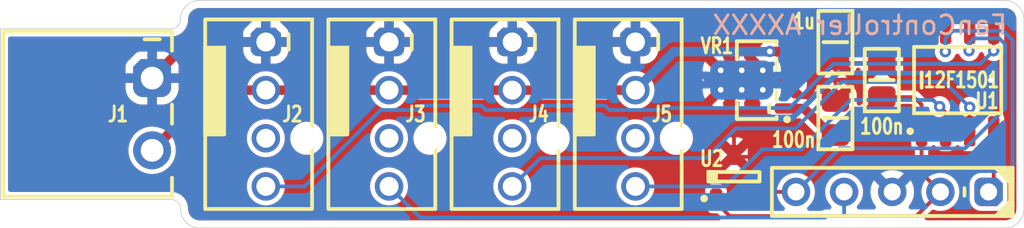
<source format=kicad_pcb>
(kicad_pcb (version 20240108) (generator "pcbnew") (generator_version "8.0")
  (layers (0 "F.Cu" signal) (31 "B.Cu" signal) (34 "B.Paste" user) (35 "F.Paste" user) (36 "B.SilkS" user "B.Silkscreen") (37 "F.SilkS" user "F.Silkscreen") (38 "B.Mask" user) (39 "F.Mask" user) (44 "Edge.Cuts" user))
  (net 0 "")
  (net 1 "GND")
  (net 2 "12V")
  (net 3 "5V")
  (net 4 "ICSP_VPP")
  (net 5 "PWM3")
  (net 6 "PWM2")
  (net 7 "PWM1")
  (net 8 "TEMPERATURE")
  (net 9 "PWM4")
  (footprint "Medo64:C (0805)" (layer "F.Cu") (at 61.5 19.2 90)
    (property "Reference" "C1" (hide yes))
    (property "Value" "100n" (at -2.45 0 180) (layer "F.SilkS") (effects (font (size 0.8 0.6) (thickness 0.15) (bold yes))))
    (fp_line (start 0 -0.625) (end 0 0.625) (stroke (width 0.2)) (layer "F.SilkS"))
    (fp_rect (start -1.65 -0.9) (end 1.65 0.9) (stroke (width 0.2)) (fill none) (layer "F.SilkS"))
    (pad "1" smd roundrect (at -0.9 0 90) (size 1.15 1.45) (layers "F.Cu" "F.Paste" "F.Mask") (net 3 "5V"))
    (pad "2" smd roundrect (at 0.9 0 90) (size 1.15 1.45) (layers "F.Cu" "F.Paste" "F.Mask") (net 1 "GND"))
  )
  (footprint "Medo64:C (0805)" (layer "F.Cu") (at 59.05 21.2 90)
    (property "Reference" "C2" (hide yes))
    (property "Value" "100n" (at -1.15 -2.2 180) (layer "F.SilkS") (effects (font (size 0.8 0.6) (thickness 0.15) (bold yes))))
    (fp_line (start 0 -0.625) (end 0 0.625) (stroke (width 0.2)) (layer "F.SilkS"))
    (fp_rect (start -1.65 -0.9) (end 1.65 0.9) (stroke (width 0.2)) (fill none) (layer "F.SilkS"))
    (pad "1" smd roundrect (at -0.9 0 90) (size 1.15 1.45) (layers "F.Cu" "F.Paste" "F.Mask") (net 3 "5V"))
    (pad "2" smd roundrect (at 0.9 0 90) (size 1.15 1.45) (layers "F.Cu" "F.Paste" "F.Mask") (net 1 "GND"))
  )
  (footprint "Medo64:J Molex 047053 [Fan] (4w)" (layer "F.Cu") (at 29 21 -90)
    (property "Reference" "J2" (at 0 -1.4 0) (layer "F.SilkS") (effects (font (size 0.8 0.6) (thickness 0.15) (bold yes))))
    (property "Value" "Fan")
    (fp_line (start -4.21 -1.2) (end -3.41 -1.2) (stroke (width 0.2)) (layer "F.SilkS"))
    (fp_rect (start -3.51 2.2) (end 1.07 3.2) (stroke (width 0.2)) (fill solid) (layer "F.SilkS"))
    (fp_rect (start -5 -2.44) (end 5 3.2) (stroke (width 0.2)) (fill none) (layer "F.SilkS"))
    (pad "" np_thru_hole circle (at 1.27 -2.16 270) (size 1.25 1.25) (drill 1.25) (layers "F&B.Cu" "*.Mask"))
    (pad "1" thru_hole roundrect (at -3.81 0 270) (size 1.5 1.6) (drill 1) (layers "*.Cu" "B.Mask") (chamfer_ratio 0.2) (chamfer top_left bottom_left) (net 1 "GND"))
    (pad "2" thru_hole circle (at -1.27 0 270) (size 1.5 1.5) (drill 1) (layers "*.Cu" "B.Mask") (net 2 "12V"))
    (pad "3" thru_hole circle (at 1.27 0 270) (size 1.5 1.5) (drill 1) (layers "*.Cu" "B.Mask"))
    (pad "4" thru_hole circle (at 3.81 0 270) (size 1.5 1.5) (drill 1) (layers "*.Cu" "B.Mask") (net 7 "PWM1"))
  )
  (footprint "Medo64:ICSP PIC Pogo (5w)" (layer "F.Cu") (at 62.05 25.1 180)
    (property "Reference" "ICSP" (hide yes))
    (property "Value" "Microchip PIC" (hide yes))
    (fp_line (start -3.81 -0.2) (end -3.81 0.2) (stroke (width 0.2)) (layer "F.SilkS"))
    (fp_rect (start -6.35 -1.27) (end 6.35 1.27) (stroke (width 0.2)) (fill none) (layer "F.SilkS"))
    (fp_poly (pts (xy -6.223 -0.508) (xy -5.461 -1.27) (xy -6.35 -1.27) (xy -6.35 1.27) (xy -5.461 1.27) (xy -6.223 0.508)) (stroke (width 0.2)) (fill solid) (layer "F.SilkS"))
    (pad "1" thru_hole roundrect (at -5.08 0 180) (size 1.5 1.5) (drill 0.9) (layers "*.Cu" "*.Mask") (chamfer_ratio 0.2) (chamfer top_left bottom_left) (net 4 "ICSP_VPP"))
    (pad "2" thru_hole circle (at -2.54 0 180) (size 1.5 1.5) (drill 0.9) (layers "*.Cu" "*.Mask") (net 3 "5V"))
    (pad "3" thru_hole circle (at 0 0 180) (size 1.5 1.5) (drill 0.9) (layers "*.Cu" "*.Mask") (net 1 "GND"))
    (pad "4" thru_hole circle (at 2.54 0 180) (size 1.5 1.5) (drill 0.9) (layers "*.Cu" "*.Mask") (net 6 "PWM2"))
    (pad "5" thru_hole circle (at 5.08 0 180) (size 1.5 1.5) (drill 0.9) (layers "*.Cu" "*.Mask") (net 8 "TEMPERATURE"))
  )
  (footprint "Medo64:U Micro [PIC12F1501] (SOIC-8)" (layer "F.Cu") (at 65.5 19.2 90)
    (property "Reference" "U1" (at -1.1 1.55 0) (layer "F.SilkS") (effects (font (size 0.8 0.6))))
    (property "Value" "12F1501" (at 0 0.2 0) (layer "F.SilkS") (effects (font (size 0.8 0.6))))
    (fp_line (start -0.4 -1.9) (end 0.4 -1.9) (stroke (width 0.2)) (layer "F.SilkS"))
    (fp_rect (start -1.75 -2.3) (end 1.75 2.3) (stroke (width 0.2)) (fill none) (layer "F.SilkS"))
    (fp_circle (center -2.7 -2.505) (end -2.55 -2.505) (stroke (width 0.1)) (fill solid) (layer "F.SilkS"))
    (pad "1" smd roundrect (at -2.7 -1.905 90) (size 1.6 0.6) (layers "F.Cu" "F.Paste" "F.Mask") (chamfer_ratio 0.2) (chamfer top_left top_right) (net 3 "5V"))
    (pad "2" smd roundrect (at -2.7 -0.635 90) (size 1.6 0.6) (layers "F.Cu" "F.Paste" "F.Mask") (net 9 "PWM4"))
    (pad "3" smd roundrect (at -2.7 0.635 90) (size 1.6 0.6) (layers "F.Cu" "F.Paste" "F.Mask") (net 5 "PWM3"))
    (pad "4" smd roundrect (at -2.7 1.905 90) (size 1.6 0.6) (layers "F.Cu" "F.Paste" "F.Mask") (net 4 "ICSP_VPP"))
    (pad "5" smd roundrect (at 2.7 1.905 90) (size 1.6 0.6) (layers "F.Cu" "F.Paste" "F.Mask") (net 7 "PWM1"))
    (pad "6" smd roundrect (at 2.7 0.635 90) (size 1.6 0.6) (layers "F.Cu" "F.Paste" "F.Mask") (net 8 "TEMPERATURE"))
    (pad "7" smd roundrect (at 2.7 -0.635 90) (size 1.6 0.6) (layers "F.Cu" "F.Paste" "F.Mask") (net 6 "PWM2"))
    (pad "8" smd roundrect (at 2.7 -1.905 90) (size 1.6 0.6) (layers "F.Cu" "F.Paste" "F.Mask") (net 1 "GND"))
  )
  (footprint "Medo64:J Molex 047053 [Fan] (4w)" (layer "F.Cu") (at 42 21 -90)
    (property "Reference" "J4" (at 0 -1.4 0) (layer "F.SilkS") (effects (font (size 0.8 0.6) (thickness 0.15) (bold yes))))
    (property "Value" "Fan")
    (fp_line (start -4.21 -1.2) (end -3.41 -1.2) (stroke (width 0.2)) (layer "F.SilkS"))
    (fp_rect (start -3.51 2.2) (end 1.07 3.2) (stroke (width 0.2)) (fill solid) (layer "F.SilkS"))
    (fp_rect (start -5 -2.44) (end 5 3.2) (stroke (width 0.2)) (fill none) (layer "F.SilkS"))
    (pad "" np_thru_hole circle (at 1.27 -2.16 270) (size 1.25 1.25) (drill 1.25) (layers "F&B.Cu" "*.Mask"))
    (pad "1" thru_hole roundrect (at -3.81 0 270) (size 1.5 1.6) (drill 1) (layers "*.Cu" "B.Mask") (chamfer_ratio 0.2) (chamfer top_left bottom_left) (net 1 "GND"))
    (pad "2" thru_hole circle (at -1.27 0 270) (size 1.5 1.5) (drill 1) (layers "*.Cu" "B.Mask") (net 2 "12V"))
    (pad "3" thru_hole circle (at 1.27 0 270) (size 1.5 1.5) (drill 1) (layers "*.Cu" "B.Mask"))
    (pad "4" thru_hole circle (at 3.81 0 270) (size 1.5 1.5) (drill 1) (layers "*.Cu" "B.Mask") (net 5 "PWM3"))
  )
  (footprint "Medo64:U Temperature Analog [MCP9700T] (SOT23-3)" (layer "F.Cu") (at 53.7 24.3)
    (property "Reference" "U2" (at -1.175 -0.95 180) (layer "F.SilkS") (effects (font (size 0.8 0.6))))
    (property "Value" "MCP9700T" (hide yes))
    (fp_rect (start -1.35 -0.25) (end -0.95 0.25) (stroke (width 0.2)) (fill solid) (layer "F.SilkS"))
    (fp_rect (start -1.35 -0.25) (end 1.35 0.25) (stroke (width 0.2)) (fill none) (layer "F.SilkS"))
    (fp_circle (center -1.575 1.15) (end -1.425 1.15) (stroke (width 0.1)) (fill solid) (layer "F.SilkS"))
    (pad "1" smd roundrect (at -0.95 1.15) (size 0.65 1.05) (layers "F.Cu" "F.Paste" "F.Mask") (chamfer_ratio 0.2) (chamfer top_left bottom_left) (net 3 "5V"))
    (pad "2" smd roundrect (at 0.95 1.15) (size 0.65 1.05) (layers "F.Cu" "F.Paste" "F.Mask") (net 8 "TEMPERATURE"))
    (pad "3" smd roundrect (at 0 -1.15) (size 0.65 1.05) (layers "F.Cu" "F.Paste" "F.Mask") (net 1 "GND"))
  )
  (footprint "Medo64:J Phoenix MC (2w)" (layer "F.Cu") (at 23 21 -90)
    (property "Reference" "J1" (at 0 1.8 180) (layer "F.SilkS") (effects (font (size 0.8 0.6) (thickness 0.15) (bold yes))))
    (property "Value" "MC 1,5/2")
    (fp_line (start -4.35 7.85) (end 4.35 7.85) (stroke (width 0.2)) (layer "F.SilkS"))
    (fp_line (start 4.35 7.85) (end 4.35 -1.05) (stroke (width 0.2)) (layer "F.SilkS"))
    (fp_line (start -3.95 -0.4) (end -3.95 0.4) (stroke (width 0.2)) (layer "F.SilkS"))
    (fp_line (start -4.35 -1.05) (end -4.35 7.85) (stroke (width 0.2)) (layer "F.SilkS"))
    (fp_line (start -4.35 -1.05) (end -3.35 -1.05) (stroke (width 0.2)) (layer "F.SilkS"))
    (fp_line (start 0.5 -1.05) (end -0.5 -1.05) (stroke (width 0.2)) (layer "F.SilkS"))
    (fp_line (start 4.35 -1.05) (end 3.35 -1.05) (stroke (width 0.2)) (layer "F.SilkS"))
    (pad "1" thru_hole roundrect (at -1.905 0 270) (size 2 2) (drill 1.2) (layers "*.Cu" "B.Mask") (chamfer_ratio 0.2) (chamfer top_left bottom_left) (net 1 "GND"))
    (pad "2" thru_hole circle (at 1.905 0 270) (size 2 2) (drill 1.2) (layers "*.Cu" "B.Mask") (net 2 "12V"))
  )
  (footprint "Medo64:J Molex 047053 [Fan] (4w)" (layer "F.Cu") (at 48.5 21 -90)
    (property "Reference" "J5" (at 0 -1.4 0) (layer "F.SilkS") (effects (font (size 0.8 0.6) (thickness 0.15) (bold yes))))
    (property "Value" "Fan")
    (fp_line (start -4.21 -1.2) (end -3.41 -1.2) (stroke (width 0.2)) (layer "F.SilkS"))
    (fp_rect (start -3.51 2.2) (end 1.07 3.2) (stroke (width 0.2)) (fill solid) (layer "F.SilkS"))
    (fp_rect (start -5 -2.44) (end 5 3.2) (stroke (width 0.2)) (fill none) (layer "F.SilkS"))
    (pad "" np_thru_hole circle (at 1.27 -2.16 270) (size 1.25 1.25) (drill 1.25) (layers "F&B.Cu" "*.Mask"))
    (pad "1" thru_hole roundrect (at -3.81 0 270) (size 1.5 1.6) (drill 1) (layers "*.Cu" "B.Mask") (chamfer_ratio 0.2) (chamfer top_left bottom_left) (net 1 "GND"))
    (pad "2" thru_hole circle (at -1.27 0 270) (size 1.5 1.5) (drill 1) (layers "*.Cu" "B.Mask") (net 2 "12V"))
    (pad "3" thru_hole circle (at 1.27 0 270) (size 1.5 1.5) (drill 1) (layers "*.Cu" "B.Mask"))
    (pad "4" thru_hole circle (at 3.81 0 270) (size 1.5 1.5) (drill 1) (layers "*.Cu" "B.Mask") (net 9 "PWM4"))
  )
  (footprint "Medo64:C (0805)" (layer "F.Cu") (at 59.05 17.2 -90)
    (property "Reference" "C3" (hide yes))
    (property "Value" "1u" (at -1.1 1.65 0) (layer "F.SilkS") (effects (font (size 0.8 0.6) (thickness 0.15) (bold yes))))
    (fp_line (start 0 -0.625) (end 0 0.625) (stroke (width 0.2)) (layer "F.SilkS"))
    (fp_rect (start -1.65 -0.9) (end 1.65 0.9) (stroke (width 0.2)) (fill none) (layer "F.SilkS"))
    (pad "1" smd roundrect (at -0.9 0 270) (size 1.15 1.45) (layers "F.Cu" "F.Paste" "F.Mask") (net 2 "12V"))
    (pad "2" smd roundrect (at 0.9 0 270) (size 1.15 1.45) (layers "F.Cu" "F.Paste" "F.Mask") (net 1 "GND"))
  )
  (footprint "Medo64:J Molex 047053 [Fan] (4w)" (layer "F.Cu") (at 35.5 21 -90)
    (property "Reference" "J3" (at 0 -1.4 0) (layer "F.SilkS") (effects (font (size 0.8 0.6) (thickness 0.15) (bold yes))))
    (property "Value" "Fan")
    (fp_line (start -4.21 -1.2) (end -3.41 -1.2) (stroke (width 0.2)) (layer "F.SilkS"))
    (fp_rect (start -3.51 2.2) (end 1.07 3.2) (stroke (width 0.2)) (fill solid) (layer "F.SilkS"))
    (fp_rect (start -5 -2.44) (end 5 3.2) (stroke (width 0.2)) (fill none) (layer "F.SilkS"))
    (pad "" np_thru_hole circle (at 1.27 -2.16 270) (size 1.25 1.25) (drill 1.25) (layers "F&B.Cu" "*.Mask"))
    (pad "1" thru_hole roundrect (at -3.81 0 270) (size 1.5 1.6) (drill 1) (layers "*.Cu" "B.Mask") (chamfer_ratio 0.2) (chamfer top_left bottom_left) (net 1 "GND"))
    (pad "2" thru_hole circle (at -1.27 0 270) (size 1.5 1.5) (drill 1) (layers "*.Cu" "B.Mask") (net 2 "12V"))
    (pad "3" thru_hole circle (at 1.27 0 270) (size 1.5 1.5) (drill 1) (layers "*.Cu" "B.Mask"))
    (pad "4" thru_hole circle (at 3.81 0 270) (size 1.5 1.5) (drill 1) (layers "*.Cu" "B.Mask") (net 6 "PWM2"))
  )
  (footprint "Medo64:VR Linear 5V 100mA [AS78L05RTR-E1] (SOT89-3')" (layer "F.Cu") (at 56.5 19.2 90)
    (property "Reference" "VR1" (at 1.8 -3.7 180) (layer "F.SilkS") (effects (font (size 0.8 0.6))))
    (property "Value" "AS78L05RTR" (hide yes))
    (fp_line (start 2.05 -2.65) (end 1.1 -2.65) (stroke (width 0.2)) (layer "F.SilkS"))
    (fp_line (start -2.05 -2.65) (end -1.1 -2.65) (stroke (width 0.2)) (layer "F.SilkS"))
    (fp_line (start -1.3 -0.95) (end -1.7 -0.95) (stroke (width 0.2)) (layer "F.SilkS"))
    (fp_line (start 2.05 -0.55) (end 2.05 -2.65) (stroke (width 0.2)) (layer "F.SilkS"))
    (fp_line (start 2.05 -0.55) (end 1.95 -0.55) (stroke (width 0.2)) (layer "F.SilkS"))
    (fp_line (start 1.05 -0.55) (end 0.55 -0.55) (stroke (width 0.2)) (layer "F.SilkS"))
    (fp_line (start -1.05 -0.55) (end -0.55 -0.55) (stroke (width 0.2)) (layer "F.SilkS"))
    (fp_line (start -2.05 -0.55) (end -2.05 -2.65) (stroke (width 0.2)) (layer "F.SilkS"))
    (fp_line (start -2.05 -0.55) (end -1.95 -0.55) (stroke (width 0.2)) (layer "F.SilkS"))
    (fp_circle (center -2.075 0) (end -1.925 0) (stroke (width 0.1)) (fill solid) (layer "F.SilkS"))
    (pad "1" smd roundrect (at -1.5 0 90) (size 0.55 1.3) (layers "F.Cu" "F.Paste" "F.Mask") (chamfer_ratio 0.2) (chamfer top_left bottom_left) (net 3 "5V"))
    (pad "2" thru_hole roundrect (at -0.515 -3.5 90) (size 1.03 1.11) (drill 0.3) (layers "*.Cu" "F.Paste" "F.Mask") (roundrect_rratio 0.5) (chamfer_ratio 0) (chamfer top_right bottom_left bottom_right) (net 1 "GND"))
    (pad "2" thru_hole rect (at -0.515 -2.39 90) (size 1.03 1.11) (drill 0.3) (layers "*.Cu" "F.Paste" "F.Mask") (net 1 "GND"))
    (pad "2" thru_hole roundrect (at -0.515 -1.28 90) (size 1.03 1.11) (drill 0.3) (layers "*.Cu" "F.Paste" "F.Mask") (roundrect_rratio 0.5) (chamfer_ratio 0) (chamfer top_left top_right bottom_right) (net 1 "GND"))
    (pad "2" smd roundrect (at 0 -0.2 90) (size 0.8 1.7) (layers "F.Cu" "F.Paste" "F.Mask") (net 1 "GND"))
    (pad "2" thru_hole roundrect (at 0.515 -3.5 90) (size 1.03 1.11) (drill 0.3) (layers "*.Cu" "F.Paste" "F.Mask") (roundrect_rratio 0.5) (chamfer_ratio 0) (chamfer top_left bottom_left bottom_right) (net 1 "GND"))
    (pad "2" thru_hole rect (at 0.515 -2.39 90) (size 1.03 1.11) (drill 0.3) (layers "*.Cu" "F.Paste" "F.Mask") (net 1 "GND"))
    (pad "2" thru_hole roundrect (at 0.515 -1.28 90) (size 1.03 1.11) (drill 0.3) (layers "*.Cu" "F.Paste" "F.Mask") (roundrect_rratio 0.5) (chamfer_ratio 0) (chamfer top_left top_right bottom_left) (net 1 "GND"))
    (pad "3" smd roundrect (at 1.5 0 90) (size 0.55 1.3) (layers "F.Cu" "F.Paste" "F.Mask") (chamfer_ratio 0.2) (chamfer) (net 2 "12V"))
  )
  (gr_line (start 15 16.5) (end 24 16.5) (stroke (width 0.05)) (layer "Edge.Cuts"))
  (gr_arc (start 69 26) (mid 68.707107 26.707107) (end 68 27) (stroke (width 0.05)) (layer "Edge.Cuts"))
  (gr_arc (start 25.5 27) (mid 24.792893 26.707107) (end 24.5 26) (stroke (width 0.05)) (layer "Edge.Cuts"))
  (gr_arc (start 24.5 16) (mid 24.353553 16.353553) (end 24 16.5) (stroke (width 0.05)) (layer "Edge.Cuts"))
  (gr_arc (start 24.5 16) (mid 24.792893 15.292893) (end 25.5 15) (stroke (width 0.05)) (layer "Edge.Cuts"))
  (gr_line (start 24 25.5) (end 15 25.5) (stroke (width 0.05)) (layer "Edge.Cuts"))
  (gr_line (start 69 16) (end 69 26) (stroke (width 0.05)) (layer "Edge.Cuts"))
  (gr_line (start 15 16.5) (end 15 25.5) (stroke (width 0.05)) (layer "Edge.Cuts"))
  (gr_line (start 25.5 27) (end 68 27) (stroke (width 0.05)) (layer "Edge.Cuts"))
  (gr_arc (start 68 15) (mid 68.707107 15.292893) (end 69 16) (stroke (width 0.05)) (layer "Edge.Cuts"))
  (gr_line (start 25.5 15) (end 68 15) (stroke (width 0.05)) (layer "Edge.Cuts"))
  (gr_arc (start 24 25.5) (mid 24.353553 25.646447) (end 24.5 26) (stroke (width 0.05)) (layer "Edge.Cuts"))
  (gr_text "FanController AXXXX" (at 68.2 16.3 0) (layer "B.SilkS") (effects (font (size 1 1)) (justify left mirror)))
  (segment (start 63.595 18.3) (end 64.49499 19.19999) (width 0.2) (layer "F.Cu") (net 1))
  (segment (start 61.5 18.3) (end 59.25 18.3) (width 0.2) (layer "F.Cu") (net 1))
  (segment (start 55.735 19.2) (end 55.22 18.685) (width 0.2) (layer "F.Cu") (net 1))
  (segment (start 64.49499 19.19999) (end 64.495 19.2) (width 0.2) (layer "F.Cu") (net 1))
  (segment (start 29 17.19) (end 24.905 17.19) (width 0.5) (layer "F.Cu") (net 1))
  (segment (start 53.7 20.125) (end 53.7 23.15) (width 0.2) (layer "F.Cu") (net 1))
  (segment (start 67.24999 19.2) (end 67.25 19.19999) (width 0.2) (layer "F.Cu") (net 1))
  (segment (start 42 17.19) (end 35.5 17.19) (width 0.5) (layer "F.Cu") (net 1))
  (segment (start 54.11 18.685) (end 55.22 18.685) (width 0.5) (layer "F.Cu") (net 1))
  (segment (start 64.49499 19.19999) (end 67.25 19.19999) (width 0.2) (layer "F.Cu") (net 1))
  (segment (start 48.5 17.19) (end 51.505 17.19) (width 0.5) (layer "F.Cu") (net 1))
  (segment (start 59.05 20.3) (end 59.05 19.2) (width 0.2) (layer "F.Cu") (net 1))
  (segment (start 53 18.685) (end 54.11 18.685) (width 0.5) (layer "F.Cu") (net 1))
  (segment (start 35.5 17.19) (end 29 17.19) (width 0.5) (layer "F.Cu") (net 1))
  (segment (start 51.505 17.19) (end 53 18.685) (width 0.5) (layer "F.Cu") (net 1))
  (segment (start 64.495 19.2) (end 67.24999 19.2) (width 0.2) (layer "F.Cu") (net 1))
  (segment (start 53 18.685) (end 53 19.715) (width 0.5) (layer "F.Cu") (net 1))
  (segment (start 55.735 19.2) (end 55.22 19.715) (width 0.2) (layer "F.Cu") (net 1))
  (segment (start 56.3 19.2) (end 59.05 19.2) (width 0.2) (layer "F.Cu") (net 1))
  (segment (start 55.22 19.715) (end 55.22 18.685) (width 0.5) (layer "F.Cu") (net 1))
  (segment (start 63.595 18.3) (end 63.595 16.5) (width 0.2) (layer "F.Cu") (net 1))
  (segment (start 54.11 19.715) (end 55.22 19.715) (width 0.5) (layer "F.Cu") (net 1))
  (segment (start 24.905 17.19) (end 23 19.095) (width 0.5) (layer "F.Cu") (net 1))
  (segment (start 53 19.715) (end 54.11 19.715) (width 0.5) (layer "F.Cu") (net 1))
  (segment (start 53.8 23.25) (end 60.2 23.25) (width 0.2) (layer "F.Cu") (net 1))
  (segment (start 59.05 19.2) (end 59.05 18.1) (width 0.2) (layer "F.Cu") (net 1))
  (segment (start 61.5 18.3) (end 63.595 18.3) (width 0.2) (layer "F.Cu") (net 1))
  (segment (start 60.2 23.25) (end 62.05 25.1) (width 0.2) (layer "F.Cu") (net 1))
  (segment (start 42 17.19) (end 48.5 17.19) (width 0.5) (layer "F.Cu") (net 1))
  (via (at 67.25 19.19999) (size 0.6) (drill 0.3) (layers "F.Cu" "B.Cu") (net 1))
  (segment (start 48.5 19.73) (end 42 19.73) (width 0.5) (layer "F.Cu") (net 2))
  (segment (start 55.588235 17.688235) (end 56.488235 17.688235) (width 0.5) (layer "F.Cu") (net 2))
  (segment (start 56.5 17.7) (end 57.4 17.7) (width 0.5) (layer "F.Cu") (net 2))
  (segment (start 42 19.73) (end 35.5 19.73) (width 0.5) (layer "F.Cu") (net 2))
  (segment (start 26.175 19.73) (end 23 22.905) (width 0.5) (layer "F.Cu") (net 2))
  (segment (start 35.5 19.73) (end 29 19.73) (width 0.5) (layer "F.Cu") (net 2))
  (segment (start 29 19.73) (end 26.175 19.73) (width 0.5) (layer "F.Cu") (net 2))
  (segment (start 57.4 17.7) (end 58.8 16.3) (width 0.5) (layer "F.Cu") (net 2))
  (via (at 55.588235 17.688235) (size 0.6) (drill 0.3) (layers "F.Cu" "B.Cu") (net 2))
  (segment (start 50.53 17.7) (end 48.5 19.73) (width 0.5) (layer "B.Cu") (net 2))
  (segment (start 55.57647 17.7) (end 50.53 17.7) (width 0.5) (layer "B.Cu") (net 2))
  (segment (start 55.588235 17.688235) (end 55.57647 17.7) (width 0.5) (layer "B.Cu") (net 2))
  (segment (start 59.3 22.1) (end 61.3 20.1) (width 0.2) (layer "F.Cu") (net 3))
  (segment (start 63.2 20.1) (end 63.595 20.495) (width 0.2) (layer "F.Cu") (net 3))
  (segment (start 63.595 20.495) (end 63.595 21.9) (width 0.2) (layer "F.Cu") (net 3))
  (segment (start 53.475 26.375) (end 63.315 26.375) (width 0.2) (layer "F.Cu") (net 3))
  (segment (start 57.4 20.7) (end 56.5 20.7) (width 0.5) (layer "F.Cu") (net 3))
  (segment (start 58.8 22.1) (end 57.4 20.7) (width 0.5) (layer "F.Cu") (net 3))
  (segment (start 64.59 25.1) (end 63.595 24.105) (width 0.2) (layer "F.Cu") (net 3))
  (segment (start 52.75 25.65) (end 53.475 26.375) (width 0.2) (layer "F.Cu") (net 3))
  (segment (start 63.595 24.105) (end 63.595 21.9) (width 0.2) (layer "F.Cu") (net 3))
  (segment (start 61.5 20.1) (end 63.2 20.1) (width 0.2) (layer "F.Cu") (net 3))
  (segment (start 63.315 26.375) (end 64.59 25.1) (width 0.2) (layer "F.Cu") (net 3))
  (segment (start 67.405 21.9) (end 67.405 24.825) (width 0.2) (layer "F.Cu") (net 4))
  (segment (start 66.135 21.9) (end 66.135 20.634994) (width 0.2) (layer "F.Cu") (net 5))
  (via (at 66.135 20.634994) (size 0.6) (drill 0.3) (layers "F.Cu" "B.Cu") (net 5))
  (segment (start 56.95 21.75) (end 59.4 19.3) (width 0.2) (layer "B.Cu") (net 5))
  (segment (start 42 24.81) (end 43.49 23.32) (width 0.2) (layer "B.Cu") (net 5))
  (segment (start 53.8 21.75) (end 56.95 21.75) (width 0.2) (layer "B.Cu") (net 5))
  (segment (start 59.4 19.3) (end 64.800006 19.3) (width 0.2) (layer "B.Cu") (net 5))
  (segment (start 64.800006 19.3) (end 66.135 20.634994) (width 0.2) (layer "B.Cu") (net 5))
  (segment (start 52.23 23.32) (end 53.8 21.75) (width 0.2) (layer "B.Cu") (net 5))
  (segment (start 43.49 23.32) (end 52.23 23.32) (width 0.2) (layer "B.Cu") (net 5))
  (segment (start 64.865 17.685) (end 64.85 17.7) (width 0.2) (layer "F.Cu") (net 6))
  (segment (start 64.865 16.5) (end 64.865 17.685) (width 0.2) (layer "F.Cu") (net 6))
  (via (at 64.85 17.7) (size 0.6) (drill 0.3) (layers "F.Cu" "B.Cu") (net 6))
  (segment (start 59.5 26.375) (end 67.825 26.375) (width 0.2) (layer "B.Cu") (net 6))
  (segment (start 59.51 26.365) (end 59.5 26.375) (width 0.2) (layer "B.Cu") (net 6))
  (segment (start 67.9 16.6) (end 65.25 16.6) (width 0.2) (layer "B.Cu") (net 6))
  (segment (start 67.825 26.375) (end 68.4 25.8) (width 0.2) (layer "B.Cu") (net 6))
  (segment (start 68.4 17.1) (end 67.9 16.6) (width 0.2) (layer "B.Cu") (net 6))
  (segment (start 37.14 26.45) (end 35.5 24.81) (width 0.2) (layer "B.Cu") (net 6))
  (segment (start 58.5 26.45) (end 37.14 26.45) (width 0.2) (layer "B.Cu") (net 6))
  (segment (start 68.4 25.8) (end 68.4 17.1) (width 0.2) (layer "B.Cu") (net 6))
  (segment (start 58.575 26.375) (end 58.5 26.45) (width 0.2) (layer "B.Cu") (net 6))
  (segment (start 64.85 17) (end 64.85 17.7) (width 0.2) (layer "B.Cu") (net 6))
  (segment (start 65.25 16.6) (end 64.85 17) (width 0.2) (layer "B.Cu") (net 6))
  (segment (start 59.5 26.375) (end 58.575 26.375) (width 0.2) (layer "B.Cu") (net 6))
  (segment (start 59.51 25.1) (end 59.51 26.365) (width 0.2) (layer "B.Cu") (net 6))
  (segment (start 67.405 16.5) (end 67.405 17.645) (width 0.2) (layer "F.Cu") (net 7))
  (segment (start 67.405 17.645) (end 67.4 17.65) (width 0.2) (layer "F.Cu") (net 7))
  (via (at 67.4 17.65) (size 0.6) (drill 0.3) (layers "F.Cu" "B.Cu") (net 7))
  (segment (start 36.92 20.78) (end 35.065075 20.78) (width 0.2) (layer "B.Cu") (net 7))
  (segment (start 47.13 20.78) (end 46.9 20.55) (width 0.2) (layer "B.Cu") (net 7))
  (segment (start 67.4 17.65) (end 66.7 18.35) (width 0.2) (layer "B.Cu") (net 7))
  (segment (start 46.9 20.55) (end 43.675 20.55) (width 0.2) (layer "B.Cu") (net 7))
  (segment (start 40.375 20.55) (end 37.15 20.55) (width 0.2) (layer "B.Cu") (net 7))
  (segment (start 31.035075 24.81) (end 29 24.81) (width 0.2) (layer "B.Cu") (net 7))
  (segment (start 35.065075 20.78) (end 31.035075 24.81) (width 0.2) (layer "B.Cu") (net 7))
  (segment (start 56.625 20.675) (end 50.125 20.675) (width 0.2) (layer "B.Cu") (net 7))
  (segment (start 43.675 20.55) (end 43.445 20.78) (width 0.2) (layer "B.Cu") (net 7))
  (segment (start 66.7 18.35) (end 58.95 18.35) (width 0.2) (layer "B.Cu") (net 7))
  (segment (start 50.02 20.78) (end 47.13 20.78) (width 0.2) (layer "B.Cu") (net 7))
  (segment (start 43.445 20.78) (end 40.605 20.78) (width 0.2) (layer "B.Cu") (net 7))
  (segment (start 58.95 18.35) (end 56.625 20.675) (width 0.2) (layer "B.Cu") (net 7))
  (segment (start 37.15 20.55) (end 36.92 20.78) (width 0.2) (layer "B.Cu") (net 7))
  (segment (start 50.125 20.675) (end 50.02 20.78) (width 0.2) (layer "B.Cu") (net 7))
  (segment (start 40.605 20.78) (end 40.375 20.55) (width 0.2) (layer "B.Cu") (net 7))
  (segment (start 54.65 25.1) (end 56.97 25.1) (width 0.2) (layer "F.Cu") (net 8))
  (segment (start 66.135 17.615) (end 66.1 17.65) (width 0.2) (layer "F.Cu") (net 8))
  (segment (start 66.135 16.5) (end 66.135 17.615) (width 0.2) (layer "F.Cu") (net 8))
  (via (at 66.1 17.65) (size 0.6) (drill 0.3) (layers "F.Cu" "B.Cu") (net 8))
  (segment (start 68 20.7) (end 68 17.3) (width 0.2) (layer "B.Cu") (net 8))
  (segment (start 56.97 25.1) (end 59.27 22.8) (width 0.2) (layer "B.Cu") (net 8))
  (segment (start 67.7 17) (end 66.35 17) (width 0.2) (layer "B.Cu") (net 8))
  (segment (start 65.9 22.8) (end 68 20.7) (width 0.2) (layer "B.Cu") (net 8))
  (segment (start 66.1 17.25) (end 66.1 17.65) (width 0.2) (layer "B.Cu") (net 8))
  (segment (start 66.35 17) (end 66.1 17.25) (width 0.2) (layer "B.Cu") (net 8))
  (segment (start 68 17.3) (end 67.7 17) (width 0.2) (layer "B.Cu") (net 8))
  (segment (start 59.27 22.8) (end 65.9 22.8) (width 0.2) (layer "B.Cu") (net 8))
  (segment (start 64.865 21.9) (end 64.865 20.915004) (width 0.2) (layer "F.Cu") (net 9))
  (segment (start 64.865 20.915004) (end 64.55 20.600004) (width 0.2) (layer "F.Cu") (net 9))
  (via (at 64.55 20.600004) (size 0.6) (drill 0.3) (layers "F.Cu" "B.Cu") (net 9))
  (segment (start 57.25 22.85) (end 59.85 20.25) (width 0.2) (layer "B.Cu") (net 9))
  (segment (start 55.2 22.85) (end 57.25 22.85) (width 0.2) (layer "B.Cu") (net 9))
  (segment (start 59.85 20.25) (end 64.199996 20.25) (width 0.2) (layer "B.Cu") (net 9))
  (segment (start 48.5 24.81) (end 53.24 24.81) (width 0.2) (layer "B.Cu") (net 9))
  (segment (start 64.199996 20.25) (end 64.55 20.600004) (width 0.2) (layer "B.Cu") (net 9))
  (segment (start 53.24 24.81) (end 55.2 22.85) (width 0.2) (layer "B.Cu") (net 9))
  (zone (net 1) (net_name "GND") (layers "F&B.Cu") (connect_pads (clearance 0.25)) (min_thickness 0.25) (fill yes (thermal_gap 0.4) (thermal_bridge_width 0.5))
    (polygon (pts (xy 15 15) (xy 15 27) (xy 69 27) (xy 69 15)))
  )
)
</source>
